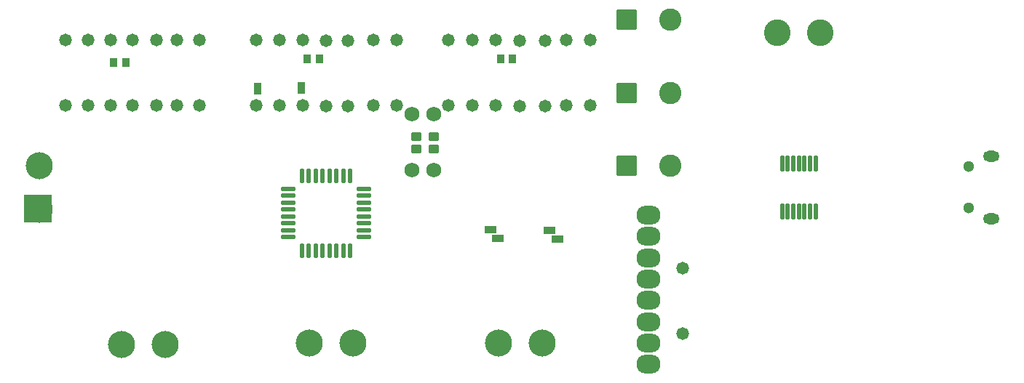
<source format=gbs>
G04 Layer: BottomSolderMaskLayer*
G04 EasyEDA v6.5.22, 2023-01-26 14:10:14*
G04 b877e135513245ca8f96004f63138494,c6a1bf633b9a4ba285e4988a7d74c357,10*
G04 Gerber Generator version 0.2*
G04 Scale: 100 percent, Rotated: No, Reflected: No *
G04 Dimensions in millimeters *
G04 leading zeros omitted , absolute positions ,4 integer and 5 decimal *
%FSLAX45Y45*%
%MOMM*%

%AMMACRO1*1,1,$1,$2,$3*1,1,$1,$4,$5*1,1,$1,0-$2,0-$3*1,1,$1,0-$4,0-$5*20,1,$1,$2,$3,$4,$5,0*20,1,$1,$4,$5,0-$2,0-$3,0*20,1,$1,0-$2,0-$3,0-$4,0-$5,0*20,1,$1,0-$4,0-$5,$2,$3,0*4,1,4,$2,$3,$4,$5,0-$2,0-$3,0-$4,0-$5,$2,$3,0*%
%ADD10MACRO1,0.1016X0.6502X0.3353X0.6502X-0.3353*%
%ADD11MACRO1,0.1016X-0.3353X0.6502X0.3353X0.6502*%
%ADD12C,1.4732*%
%ADD13O,2.8031948000000004X2.2031959999999997*%
%ADD14C,3.1496*%
%ADD15C,3.1016*%
%ADD16C,2.6016*%
%ADD17MACRO1,0.1016X1.11X-1.11X-1.11X-1.11*%
%ADD18C,1.3000*%
%ADD19O,1.8999962X1.2999974*%
%ADD20MACRO1,0.1016X0.2X0.85X-0.2X0.85*%
%ADD21O,1.7516094000000002X0.5516118*%
%ADD22O,0.5516118X1.7516094000000002*%
%ADD23MACRO1,0.1016X0.4X0.45X-0.4X0.45*%
%ADD24C,1.7272*%
%ADD25MACRO1,0.1016X-0.5X-0.45X0.5X-0.45*%
%ADD26R,3.2032X3.2032*%

%LPD*%
D10*
G01*
X5511800Y1905000D03*
G01*
X5600700Y1803400D03*
G01*
X6288887Y1798396D03*
G01*
X6199987Y1899996D03*
D11*
G01*
X2799994Y3549992D03*
G01*
X3314700Y3556000D03*
D12*
G01*
X7749997Y691997D03*
G01*
X7749997Y1453997D03*
D13*
G01*
X7349997Y1827733D03*
G01*
X7349997Y584936D03*
G01*
X7349997Y833501D03*
G01*
X7349997Y1082065D03*
G01*
X7349997Y1330629D03*
G01*
X7349997Y1579168D03*
G01*
X7349997Y2076297D03*
G01*
X7349997Y336397D03*
D14*
G01*
X3912006Y585647D03*
G01*
X3404006Y585647D03*
D15*
G01*
X8849995Y4199991D03*
G01*
X9349993Y4199991D03*
D16*
G01*
X7599959Y4349978D03*
D17*
G01*
X7099978Y4349991D03*
D16*
G01*
X7599984Y3499993D03*
D17*
G01*
X7099985Y3499993D03*
D16*
G01*
X7599984Y2649981D03*
D17*
G01*
X7099985Y2649994D03*
D14*
G01*
X1727885Y568248D03*
G01*
X1219885Y568248D03*
G01*
X6112002Y585647D03*
G01*
X5604002Y585647D03*
D12*
G01*
X830656Y3353282D03*
G01*
X830656Y4115282D03*
G01*
X3058668Y3353282D03*
G01*
X3058668Y4115282D03*
G01*
X5297297Y3353282D03*
G01*
X5297297Y4115282D03*
G01*
X1863979Y3353282D03*
G01*
X1863979Y4115282D03*
G01*
X1622323Y4119295D03*
G01*
X1622323Y3357295D03*
G01*
X572312Y3353282D03*
G01*
X572312Y4115282D03*
G01*
X2122322Y3353282D03*
G01*
X2122322Y4115282D03*
G01*
X1088974Y3353282D03*
G01*
X1088974Y4115282D03*
G01*
X1347317Y4119295D03*
G01*
X1347317Y3357295D03*
G01*
X4149572Y3353282D03*
G01*
X4149572Y4115282D03*
G01*
X3850004Y4107992D03*
G01*
X3850004Y3345992D03*
G01*
X2785922Y3353282D03*
G01*
X2785922Y4115282D03*
G01*
X4422317Y3353282D03*
G01*
X4422317Y4115282D03*
G01*
X3331387Y3353282D03*
G01*
X3331387Y4115282D03*
G01*
X3599992Y4107992D03*
G01*
X3599992Y3345992D03*
G01*
X6397320Y3353282D03*
G01*
X6397320Y4115282D03*
G01*
X6150000Y4107992D03*
G01*
X6150000Y3345992D03*
G01*
X5022316Y3353282D03*
G01*
X5022316Y4115282D03*
G01*
X6672300Y3353282D03*
G01*
X6672300Y4115282D03*
G01*
X5572302Y3353282D03*
G01*
X5572302Y4115282D03*
G01*
X5850000Y4107992D03*
G01*
X5850000Y3345992D03*
D18*
G01*
X11072977Y2641295D03*
G01*
X11074577Y2157476D03*
D19*
G01*
X11339601Y2037486D03*
G01*
X11339601Y2762478D03*
D14*
G01*
X260350Y2654300D03*
G01*
X260350Y2146300D03*
D20*
G01*
X9294977Y2119985D03*
G01*
X9229979Y2119985D03*
G01*
X9164980Y2119985D03*
G01*
X9099981Y2119985D03*
G01*
X9034983Y2119985D03*
G01*
X8969984Y2119985D03*
G01*
X8904986Y2119985D03*
G01*
X8904986Y2680004D03*
G01*
X8969984Y2680004D03*
G01*
X9034983Y2680004D03*
G01*
X9099981Y2680004D03*
G01*
X9164980Y2680004D03*
G01*
X9229979Y2680004D03*
G01*
X9294977Y2680004D03*
D21*
G01*
X3161842Y2380005D03*
G01*
X3161842Y2299995D03*
G01*
X3161842Y2219985D03*
G01*
X3161842Y2140000D03*
G01*
X3161842Y2059990D03*
G01*
X3161842Y1980006D03*
G01*
X3161842Y1899996D03*
G01*
X3161842Y1819986D03*
D22*
G01*
X3319983Y1663115D03*
G01*
X3399993Y1663115D03*
G01*
X3480003Y1663115D03*
G01*
X3559987Y1663115D03*
G01*
X3639997Y1663115D03*
G01*
X3719982Y1663115D03*
G01*
X3799992Y1663115D03*
G01*
X3880002Y1663115D03*
D21*
G01*
X4038142Y1819986D03*
G01*
X4038142Y1899996D03*
G01*
X4038142Y1980006D03*
G01*
X4038142Y2059990D03*
G01*
X4038142Y2140000D03*
G01*
X4038142Y2219985D03*
G01*
X4038142Y2299995D03*
G01*
X4038142Y2380005D03*
D22*
G01*
X3880002Y2536875D03*
G01*
X3799992Y2536875D03*
G01*
X3719982Y2536875D03*
G01*
X3639997Y2536875D03*
G01*
X3559987Y2536875D03*
G01*
X3480003Y2536875D03*
G01*
X3399993Y2536875D03*
G01*
X3319983Y2536875D03*
D23*
G01*
X1129997Y3849992D03*
G01*
X1269997Y3849992D03*
G01*
X3379993Y3899992D03*
G01*
X3519992Y3899992D03*
G01*
X5629988Y3899992D03*
G01*
X5769988Y3899992D03*
D24*
G01*
X4595987Y2600007D03*
G01*
X4849987Y2600007D03*
G01*
X4853980Y3250006D03*
G01*
X4599980Y3250006D03*
D25*
G01*
X4849990Y2849991D03*
G01*
X4649990Y2989996D03*
G01*
X4649990Y2849991D03*
G01*
X4849990Y2989996D03*
D26*
G01*
X249986Y2149982D03*
M02*

</source>
